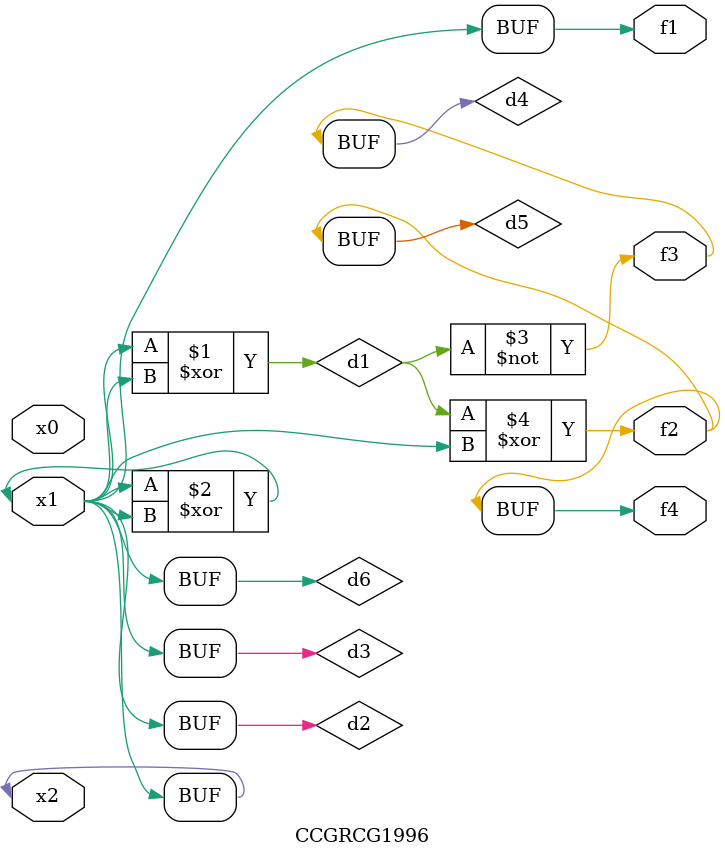
<source format=v>
module CCGRCG1996(
	input x0, x1, x2,
	output f1, f2, f3, f4
);

	wire d1, d2, d3, d4, d5, d6;

	xor (d1, x1, x2);
	buf (d2, x1, x2);
	xor (d3, x1, x2);
	nor (d4, d1);
	xor (d5, d1, d2);
	buf (d6, d2, d3);
	assign f1 = d6;
	assign f2 = d5;
	assign f3 = d4;
	assign f4 = d5;
endmodule

</source>
